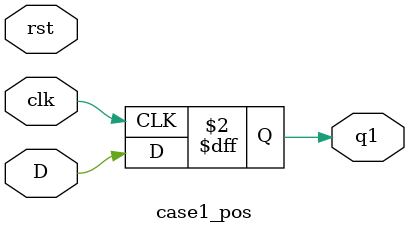
<source format=v>


module case1_pos(D, clk, rst, q1);

input D, clk, rst;
output q1;
reg q1;

always @(posedge clk)
begin
	q1 = D;
end

endmodule
</source>
